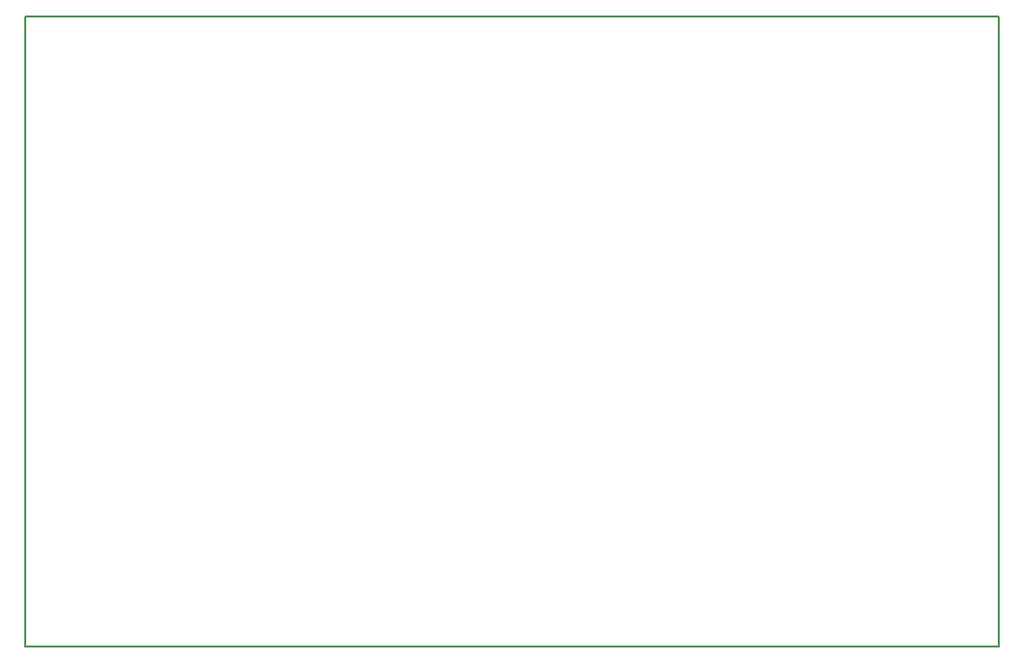
<source format=gbr>
%TF.GenerationSoftware,KiCad,Pcbnew,8.0.0*%
%TF.CreationDate,2024-04-12T00:00:08-04:00*%
%TF.ProjectId,Business card PCB,42757369-6e65-4737-9320-636172642050,rev?*%
%TF.SameCoordinates,Original*%
%TF.FileFunction,Profile,NP*%
%FSLAX46Y46*%
G04 Gerber Fmt 4.6, Leading zero omitted, Abs format (unit mm)*
G04 Created by KiCad (PCBNEW 8.0.0) date 2024-04-12 00:00:08*
%MOMM*%
%LPD*%
G01*
G04 APERTURE LIST*
%TA.AperFunction,Profile*%
%ADD10C,0.200000*%
%TD*%
G04 APERTURE END LIST*
D10*
X110480000Y-55540000D02*
X195480000Y-55540000D01*
X195480000Y-110540000D01*
X110480000Y-110540000D01*
X110480000Y-55540000D01*
M02*

</source>
